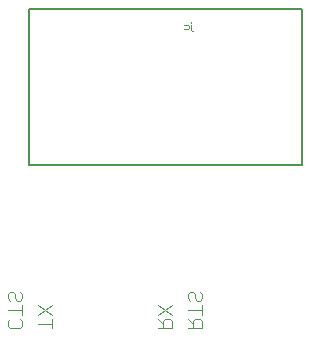
<source format=gbo>
G75*
G70*
%OFA0B0*%
%FSLAX24Y24*%
%IPPOS*%
%LPD*%
%AMOC8*
5,1,8,0,0,1.08239X$1,22.5*
%
%ADD10C,0.0020*%
%ADD11C,0.0040*%
%ADD12C,0.0050*%
D10*
X007341Y012075D02*
X007451Y012075D01*
X007488Y012112D01*
X007488Y012185D01*
X007451Y012222D01*
X007341Y012222D01*
X007562Y012222D02*
X007562Y012038D01*
X007599Y012002D01*
X007635Y012002D01*
X007562Y012295D02*
X007562Y012332D01*
D11*
X001465Y002182D02*
X001542Y002105D01*
X001849Y002105D01*
X001926Y002182D01*
X001926Y002335D01*
X001849Y002412D01*
X001926Y002565D02*
X001926Y002872D01*
X001926Y002719D02*
X001465Y002719D01*
X001542Y003026D02*
X001465Y003102D01*
X001465Y003256D01*
X001542Y003333D01*
X001619Y003333D01*
X001696Y003256D01*
X001696Y003102D01*
X001772Y003026D01*
X001849Y003026D01*
X001926Y003102D01*
X001926Y003256D01*
X001849Y003333D01*
X001542Y002412D02*
X001465Y002335D01*
X001465Y002182D01*
X002465Y002258D02*
X002926Y002258D01*
X002926Y002105D02*
X002926Y002412D01*
X002926Y002565D02*
X002465Y002872D01*
X002465Y002565D02*
X002926Y002872D01*
X006465Y002872D02*
X006926Y002565D01*
X006849Y002412D02*
X006696Y002412D01*
X006619Y002335D01*
X006619Y002105D01*
X006619Y002258D02*
X006465Y002412D01*
X006465Y002565D02*
X006926Y002872D01*
X006849Y002412D02*
X006926Y002335D01*
X006926Y002105D01*
X006465Y002105D01*
X007465Y002105D02*
X007926Y002105D01*
X007926Y002335D01*
X007849Y002412D01*
X007696Y002412D01*
X007619Y002335D01*
X007619Y002105D01*
X007619Y002258D02*
X007465Y002412D01*
X007465Y002719D02*
X007926Y002719D01*
X007926Y002872D02*
X007926Y002565D01*
X007849Y003026D02*
X007772Y003026D01*
X007696Y003102D01*
X007696Y003256D01*
X007619Y003333D01*
X007542Y003333D01*
X007465Y003256D01*
X007465Y003102D01*
X007542Y003026D01*
X007849Y003026D02*
X007926Y003102D01*
X007926Y003256D01*
X007849Y003333D01*
D12*
X011275Y007555D02*
X002181Y007555D01*
X002181Y012752D01*
X011275Y012752D01*
X011275Y007555D01*
M02*

</source>
